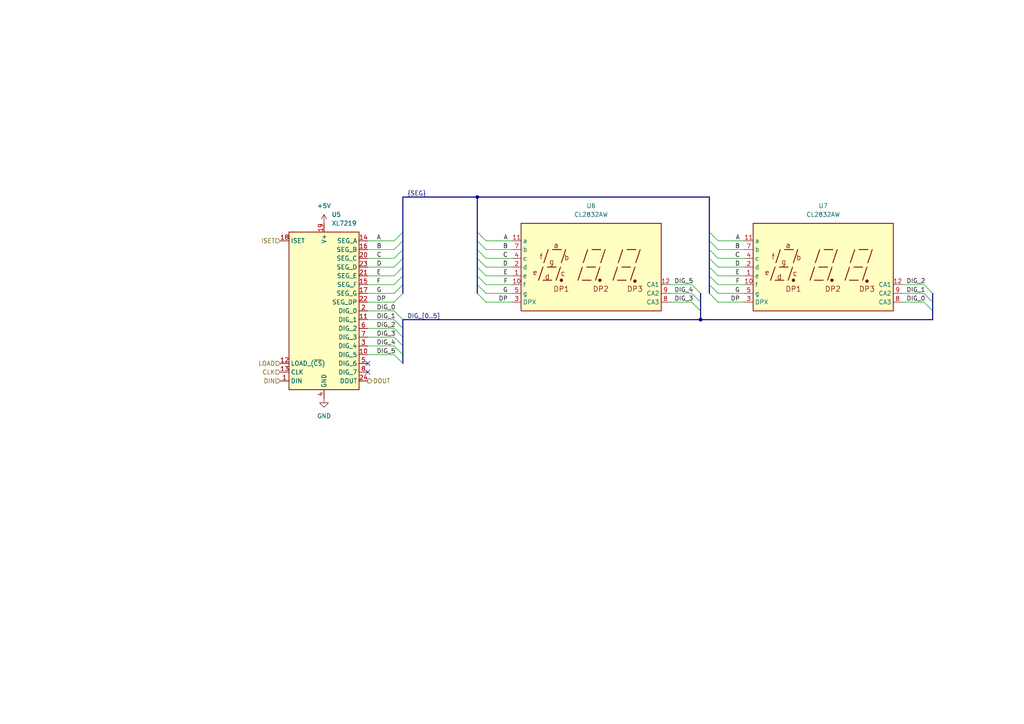
<source format=kicad_sch>
(kicad_sch (version 20230121) (generator eeschema)
  (paper "A4")
  (lib_symbols
    (symbol "Custom_Symbols:CL2832AW"
      (property "Reference" "U" (at -25.654 13.97 0))
      (property "Value" "CL2832AW" (at 15.24 13.97 0))
      (symbol "CL2832AW_0_0"
        (rectangle (start -25.4 12.7) (end 15.24 -12.7) (stroke (width 0.254)) (fill (type background)))
        (polyline (pts (xy -20.32 -3.81) (xy -19.05 0)) (stroke (width 0.254)))
        (polyline (pts (xy -19.05 -3.81) (xy -16.51 -3.81)) (stroke (width 0.254)))
        (polyline (pts (xy -18.796 1.27) (xy -17.526 5.08)) (stroke (width 0.254)))
        (polyline (pts (xy -17.78 0) (xy -15.24 0)) (stroke (width 0.254)))
        (polyline (pts (xy -16.256 5.08) (xy -13.716 5.08)) (stroke (width 0.254)))
        (polyline (pts (xy -15.24 -3.81) (xy -13.97 0)) (stroke (width 0.254)))
        (polyline (pts (xy -13.716 1.27) (xy -12.446 5.08)) (stroke (width 0.254)))
        (polyline (pts (xy -8.89 -3.81) (xy -7.62 0)) (stroke (width 0.254)))
        (polyline (pts (xy -7.62 -3.81) (xy -5.08 -3.81)) (stroke (width 0.254)))
        (polyline (pts (xy -7.366 1.27) (xy -6.096 5.08)) (stroke (width 0.254)))
        (polyline (pts (xy -6.35 0) (xy -3.81 0)) (stroke (width 0.254)))
        (polyline (pts (xy -4.826 5.08) (xy -2.286 5.08)) (stroke (width 0.254)))
        (polyline (pts (xy -3.81 -3.81) (xy -2.54 0)) (stroke (width 0.254)))
        (polyline (pts (xy -2.286 1.27) (xy -1.016 5.08)) (stroke (width 0.254)))
        (polyline (pts (xy 1.27 -3.81) (xy 2.54 0)) (stroke (width 0.254)))
        (polyline (pts (xy 2.54 -3.81) (xy 5.08 -3.81)) (stroke (width 0.254)))
        (polyline (pts (xy 2.794 1.27) (xy 4.064 5.08)) (stroke (width 0.254)))
        (polyline (pts (xy 3.81 0) (xy 6.35 0)) (stroke (width 0.254)))
        (polyline (pts (xy 5.334 5.08) (xy 7.874 5.08)) (stroke (width 0.254)))
        (polyline (pts (xy 6.35 -3.81) (xy 7.62 0)) (stroke (width 0.254)))
        (polyline (pts (xy 7.874 1.27) (xy 9.144 5.08)) (stroke (width 0.254)))
        (text "a" (at -15.24 6.35 0) (effects (font (size 1.524 1.524))))
        (text "b" (at -12.192 2.794 0) (effects (font (size 1.524 1.524))))
        (text "c" (at -13.208 -1.778 0) (effects (font (size 1.524 1.524))))
        (text "d" (at -17.78 -2.794 0) (effects (font (size 1.524 1.524))))
        (text "DP1" (at -13.716 -6.35 0) (effects (font (size 1.524 1.524))))
        (text "DP2" (at -2.286 -6.35 0) (effects (font (size 1.524 1.524))))
        (text "DP3" (at 7.62 -6.35 0) (effects (font (size 1.524 1.524))))
        (text "e" (at -21.336 -1.524 0) (effects (font (size 1.524 1.524))))
        (text "f" (at -19.558 3.048 0) (effects (font (size 1.524 1.524))))
        (text "g" (at -16.51 1.524 0) (effects (font (size 1.524 1.524))))
      )
      (symbol "CL2832AW_0_1"
        (circle (center -13.716 -3.81) (radius 0.3556) (stroke (width 0.254)) (fill (type outline)))
        (circle (center -2.54 -3.81) (radius 0.3556) (stroke (width 0.254)) (fill (type outline)))
      )
      (symbol "CL2832AW_1_0"
        (circle (center 7.62 -4.064) (radius 0.3556) (stroke (width 0.254)) (fill (type outline)))
      )
      (symbol "CL2832AW_1_1"
        (pin input line (at -27.94 -2.54 0) (length 2.54) (name "e") (number "1"))
        (pin input line (at -27.94 -5.08 0) (length 2.54) (name "f") (number "10"))
        (pin input line (at -27.94 7.62 0) (length 2.54) (name "a") (number "11"))
        (pin input line (at 17.78 -5.08 180) (length 2.54) (name "CA1") (number "12"))
        (pin input line (at -27.94 0 0) (length 2.54) (name "d") (number "2"))
        (pin input line (at -27.94 -10.16 0) (length 2.54) (name "DPX") (number "3"))
        (pin input line (at -27.94 2.54 0) (length 2.54) (name "c") (number "4"))
        (pin input line (at -27.94 -7.62 0) (length 2.54) (name "g") (number "5"))
        (pin input line (at -27.94 5.08 0) (length 2.54) (name "b") (number "7"))
        (pin input line (at 17.78 -10.16 180) (length 2.54) (name "CA3") (number "8"))
        (pin input line (at 17.78 -7.62 180) (length 2.54) (name "CA2") (number "9"))
      )
    )
    (symbol "SimPanel:XL7219"
      (property "Reference" "U" (at -6.35 24.13 0))
      (property "Value" "XL7219" (at 1.27 25.4 0))
      (symbol "XL7219_0_1"
        (rectangle (start -10.16 22.86) (end 10.16 -22.86) (stroke (width 0.254)) (fill (type background)))
      )
      (symbol "XL7219_1_1"
        (pin input line (at -12.7 -20.32 0) (length 2.54) (name "DIN") (number "1"))
        (pin output line (at 12.7 -12.7 180) (length 2.54) (name "DIG_5") (number "10"))
        (pin output line (at 12.7 -2.54 180) (length 2.54) (name "DIG_1") (number "11"))
        (pin input line (at -12.7 -15.24 0) (length 2.54) (name "LOAD_(~{CS})") (number "12"))
        (pin input line (at -12.7 -17.78 0) (length 2.54) (name "CLK") (number "13"))
        (pin output line (at 12.7 20.32 180) (length 2.54) (name "SEG_A") (number "14"))
        (pin output line (at 12.7 7.62 180) (length 2.54) (name "SEG_F") (number "15"))
        (pin output line (at 12.7 17.78 180) (length 2.54) (name "SEG_B") (number "16"))
        (pin output line (at 12.7 5.08 180) (length 2.54) (name "SEG_G") (number "17"))
        (pin input line (at -12.7 20.32 0) (length 2.54) (name "ISET") (number "18"))
        (pin power_in line (at 0 25.4 270) (length 2.54) (name "V+") (number "19"))
        (pin output line (at 12.7 0 180) (length 2.54) (name "DIG_0") (number "2"))
        (pin output line (at 12.7 15.24 180) (length 2.54) (name "SEG_C") (number "20"))
        (pin output line (at 12.7 10.16 180) (length 2.54) (name "SEG_E") (number "21"))
        (pin output line (at 12.7 2.54 180) (length 2.54) (name "SEG_DP") (number "22"))
        (pin output line (at 12.7 12.7 180) (length 2.54) (name "SEG_D") (number "23"))
        (pin output line (at 12.7 -20.32 180) (length 2.54) (name "DOUT") (number "24"))
        (pin output line (at 12.7 -10.16 180) (length 2.54) (name "DIG_4") (number "3"))
        (pin power_in line (at 0 -25.4 90) (length 2.54) (name "GND") (number "4"))
        (pin output line (at 12.7 -15.24 180) (length 2.54) (name "DIG_6") (number "5"))
        (pin output line (at 12.7 -5.08 180) (length 2.54) (name "DIG_2") (number "6"))
        (pin output line (at 12.7 -7.62 180) (length 2.54) (name "DIG_3") (number "7"))
        (pin output line (at 12.7 -17.78 180) (length 2.54) (name "DIG_7") (number "8"))
        (pin passive line (at 0 -25.4 90) (length 2.54) hide (name "GND") (number "9"))
      )
    )
    (symbol "power:+5V" (power) (pin_names (offset 0))
      (property "Value" "+5V" (at 0 3.556 0))
      (symbol "+5V_0_1"
        (polyline (pts (xy -0.762 1.27) (xy 0 2.54)))
        (polyline (pts (xy 0 0) (xy 0 2.54)))
        (polyline (pts (xy 0 2.54) (xy 0.762 1.27)))
      )
      (symbol "+5V_1_1"
        (pin power_in line (at 0 0 90) (length 0) hide (name "+5V") (number "1"))
      )
    )
    (symbol "power:GND" (power) (pin_names (offset 0))
      (property "Value" "GND" (at 0 -3.81 0))
      (symbol "GND_0_1"
        (polyline (pts (xy 0 0) (xy 0 -1.27) (xy 1.27 -1.27) (xy 0 -2.54) (xy -1.27 -1.27) (xy 0 -1.27)))
      )
      (symbol "GND_1_1"
        (pin power_in line (at 0 0 270) (length 0) hide (name "GND") (number "1"))
      )
    )
  )
  (bus_alias "SEG" (members "A" "B" "C" "D" "E" "F" "DP"))
  (junction (at 138.43 57.15))
  (junction (at 203.2 92.71))
  (no_connect (at 106.68 105.41))
  (no_connect (at 106.68 107.95))
  (bus_entry (at 205.74 72.39) (size 2.54 2.54))
  (bus_entry (at 138.43 74.93) (size 2.54 2.54))
  (bus_entry (at 205.74 80.01) (size 2.54 2.54))
  (bus_entry (at 138.43 69.85) (size 2.54 2.54))
  (bus_entry (at 114.3 92.71) (size 2.54 2.54))
  (bus_entry (at 114.3 74.93) (size 2.54 -2.54))
  (bus_entry (at 205.74 74.93) (size 2.54 2.54))
  (bus_entry (at 200.66 82.55) (size 2.54 2.54))
  (bus_entry (at 114.3 85.09) (size 2.54 -2.54))
  (bus_entry (at 114.3 80.01) (size 2.54 -2.54))
  (bus_entry (at 114.3 82.55) (size 2.54 -2.54))
  (bus_entry (at 138.43 85.09) (size 2.54 2.54))
  (bus_entry (at 267.97 85.09) (size 2.54 2.54))
  (bus_entry (at 205.74 85.09) (size 2.54 2.54))
  (bus_entry (at 138.43 80.01) (size 2.54 2.54))
  (bus_entry (at 205.74 82.55) (size 2.54 2.54))
  (bus_entry (at 138.43 82.55) (size 2.54 2.54))
  (bus_entry (at 114.3 72.39) (size 2.54 -2.54))
  (bus_entry (at 205.74 77.47) (size 2.54 2.54))
  (bus_entry (at 114.3 77.47) (size 2.54 -2.54))
  (bus_entry (at 200.66 85.09) (size 2.54 2.54))
  (bus_entry (at 114.3 69.85) (size 2.54 -2.54))
  (bus_entry (at 114.3 90.17) (size 2.54 2.54))
  (bus_entry (at 114.3 95.25) (size 2.54 2.54))
  (bus_entry (at 205.74 69.85) (size 2.54 2.54))
  (bus_entry (at 267.97 87.63) (size 2.54 2.54))
  (bus_entry (at 138.43 77.47) (size 2.54 2.54))
  (bus_entry (at 138.43 72.39) (size 2.54 2.54))
  (bus_entry (at 114.3 97.79) (size 2.54 2.54))
  (bus_entry (at 267.97 82.55) (size 2.54 2.54))
  (bus_entry (at 138.43 67.31) (size 2.54 2.54))
  (bus_entry (at 200.66 87.63) (size 2.54 2.54))
  (bus_entry (at 114.3 87.63) (size 2.54 -2.54))
  (bus_entry (at 205.74 67.31) (size 2.54 2.54))
  (bus_entry (at 114.3 102.87) (size 2.54 2.54))
  (bus_entry (at 114.3 100.33) (size 2.54 2.54))
  (wire (pts (xy 106.68 97.79) (xy 114.3 97.79)))
  (wire (pts (xy 106.68 74.93) (xy 114.3 74.93)))
  (bus (pts (xy 205.74 82.55) (xy 205.74 80.01)))
  (bus (pts (xy 203.2 85.09) (xy 203.2 87.63)))
  (bus (pts (xy 205.74 77.47) (xy 205.74 74.93)))
  (wire (pts (xy 106.68 95.25) (xy 114.3 95.25)))
  (bus (pts (xy 116.84 102.87) (xy 116.84 100.33)))
  (bus (pts (xy 138.43 57.15) (xy 205.74 57.15)))
  (wire (pts (xy 140.97 85.09) (xy 148.59 85.09)))
  (bus (pts (xy 138.43 72.39) (xy 138.43 74.93)))
  (wire (pts (xy 106.68 100.33) (xy 114.3 100.33)))
  (bus (pts (xy 203.2 92.71) (xy 270.51 92.71)))
  (bus (pts (xy 116.84 74.93) (xy 116.84 77.47)))
  (wire (pts (xy 106.68 69.85) (xy 114.3 69.85)))
  (bus (pts (xy 138.43 57.15) (xy 138.43 67.31)))
  (wire (pts (xy 140.97 80.01) (xy 148.59 80.01)))
  (bus (pts (xy 203.2 90.17) (xy 203.2 92.71)))
  (wire (pts (xy 106.68 82.55) (xy 114.3 82.55)))
  (wire (pts (xy 208.28 85.09) (xy 215.9 85.09)))
  (bus (pts (xy 205.74 80.01) (xy 205.74 77.47)))
  (wire (pts (xy 106.68 90.17) (xy 114.3 90.17)))
  (wire (pts (xy 140.97 82.55) (xy 148.59 82.55)))
  (wire (pts (xy 208.28 87.63) (xy 215.9 87.63)))
  (bus (pts (xy 205.74 69.85) (xy 205.74 67.31)))
  (wire (pts (xy 106.68 80.01) (xy 114.3 80.01)))
  (wire (pts (xy 140.97 72.39) (xy 148.59 72.39)))
  (wire (pts (xy 140.97 69.85) (xy 148.59 69.85)))
  (bus (pts (xy 138.43 77.47) (xy 138.43 80.01)))
  (wire (pts (xy 194.31 87.63) (xy 200.66 87.63)))
  (wire (pts (xy 208.28 74.93) (xy 215.9 74.93)))
  (wire (pts (xy 140.97 87.63) (xy 148.59 87.63)))
  (bus (pts (xy 116.84 72.39) (xy 116.84 74.93)))
  (bus (pts (xy 116.84 57.15) (xy 116.84 67.31)))
  (wire (pts (xy 140.97 74.93) (xy 148.59 74.93)))
  (wire (pts (xy 106.68 92.71) (xy 114.3 92.71)))
  (bus (pts (xy 116.84 100.33) (xy 116.84 97.79)))
  (wire (pts (xy 106.68 85.09) (xy 114.3 85.09)))
  (wire (pts (xy 261.62 85.09) (xy 267.97 85.09)))
  (wire (pts (xy 194.31 82.55) (xy 200.66 82.55)))
  (bus (pts (xy 205.74 85.09) (xy 205.74 82.55)))
  (bus (pts (xy 116.84 77.47) (xy 116.84 80.01)))
  (wire (pts (xy 208.28 72.39) (xy 215.9 72.39)))
  (wire (pts (xy 208.28 77.47) (xy 215.9 77.47)))
  (wire (pts (xy 261.62 87.63) (xy 267.97 87.63)))
  (bus (pts (xy 205.74 67.31) (xy 205.74 57.15)))
  (wire (pts (xy 261.62 82.55) (xy 267.97 82.55)))
  (bus (pts (xy 270.51 90.17) (xy 270.51 92.71)))
  (bus (pts (xy 203.2 87.63) (xy 203.2 90.17)))
  (wire (pts (xy 106.68 72.39) (xy 114.3 72.39)))
  (bus (pts (xy 138.43 80.01) (xy 138.43 82.55)))
  (bus (pts (xy 116.84 95.25) (xy 116.84 92.71)))
  (wire (pts (xy 106.68 77.47) (xy 114.3 77.47)))
  (bus (pts (xy 116.84 97.79) (xy 116.84 95.25)))
  (bus (pts (xy 116.84 67.31) (xy 116.84 69.85)))
  (bus (pts (xy 116.84 105.41) (xy 116.84 102.87)))
  (bus (pts (xy 116.84 69.85) (xy 116.84 72.39)))
  (wire (pts (xy 194.31 85.09) (xy 200.66 85.09)))
  (wire (pts (xy 106.68 102.87) (xy 114.3 102.87)))
  (wire (pts (xy 140.97 77.47) (xy 148.59 77.47)))
  (bus (pts (xy 116.84 82.55) (xy 116.84 85.09)))
  (bus (pts (xy 270.51 87.63) (xy 270.51 90.17)))
  (bus (pts (xy 138.43 82.55) (xy 138.43 85.09)))
  (bus (pts (xy 116.84 80.01) (xy 116.84 82.55)))
  (bus (pts (xy 138.43 57.15) (xy 116.84 57.15)))
  (wire (pts (xy 106.68 87.63) (xy 114.3 87.63)))
  (bus (pts (xy 116.84 92.71) (xy 203.2 92.71)))
  (bus (pts (xy 205.74 74.93) (xy 205.74 72.39)))
  (bus (pts (xy 138.43 67.31) (xy 138.43 69.85)))
  (bus (pts (xy 138.43 74.93) (xy 138.43 77.47)))
  (wire (pts (xy 208.28 69.85) (xy 215.9 69.85)))
  (bus (pts (xy 138.43 69.85) (xy 138.43 72.39)))
  (bus (pts (xy 205.74 72.39) (xy 205.74 69.85)))
  (wire (pts (xy 208.28 80.01) (xy 215.9 80.01)))
  (wire (pts (xy 208.28 82.55) (xy 215.9 82.55)))
  (bus (pts (xy 270.51 85.09) (xy 270.51 87.63)))
  (label "DIG_[0..5]" (at 118.11 92.71 0))
  (label "C" (at 109.22 74.93 0))
  (label "DP" (at 147.32 87.63 180))
  (label "F" (at 147.32 82.55 180))
  (label "E" (at 147.32 80.01 180))
  (label "A" (at 214.63 69.85 180))
  (label "DIG_0" (at 109.22 90.17 0))
  (label "B" (at 147.32 72.39 180))
  (label "DIG_4" (at 195.58 85.09 0))
  (label "{SEG}" (at 118.11 57.15 0))
  (label "G" (at 109.22 85.09 0))
  (label "DIG_2" (at 262.89 82.55 0))
  (label "B" (at 214.63 72.39 180))
  (label "E" (at 109.22 80.01 0))
  (label "D" (at 214.63 77.47 180))
  (label "DIG_1" (at 109.22 92.71 0))
  (label "G" (at 147.32 85.09 180))
  (label "DIG_2" (at 109.22 95.25 0))
  (label "A" (at 147.32 69.85 180))
  (label "DP" (at 109.22 87.63 0))
  (label "C" (at 147.32 74.93 180))
  (label "F" (at 214.63 82.55 180))
  (label "DP" (at 214.63 87.63 180))
  (label "F" (at 109.22 82.55 0))
  (label "DIG_4" (at 109.22 100.33 0))
  (label "D" (at 109.22 77.47 0))
  (label "E" (at 214.63 80.01 180))
  (label "DIG_1" (at 262.89 85.09 0))
  (label "B" (at 109.22 72.39 0))
  (label "DIG_5" (at 195.58 82.55 0))
  (label "DIG_5" (at 109.22 102.87 0))
  (label "DIG_3" (at 109.22 97.79 0))
  (label "DIG_3" (at 195.58 87.63 0))
  (label "A" (at 109.22 69.85 0))
  (label "DIG_0" (at 262.89 87.63 0))
  (label "G" (at 214.63 85.09 180))
  (label "D" (at 147.32 77.47 180))
  (label "C" (at 214.63 74.93 180))
  (hierarchical_label "LOAD" (shape input) (at 81.28 105.41 180))
  (hierarchical_label "DOUT" (shape output) (at 106.68 110.49 0))
  (hierarchical_label "CLK" (shape input) (at 81.28 107.95 180))
  (hierarchical_label "ISET" (shape input) (at 81.28 69.85 180))
  (hierarchical_label "DIN" (shape input) (at 81.28 110.49 180))
  (symbol (lib_id "Custom_Symbols:CL2832AW") (at 176.53 77.47 0) (unit 1)
    (property "Reference" "U6" (at 171.45 59.69 0))
    (property "Value" "CL2832AW" (at 171.45 62.23 0))
    (property "Footprint" "SimPanel:DICE_2381" (effects hide))
    (instances (project "RP2040-Radio-Panel" (path "" (reference "U6") (unit 1)) (path "" (reference "U9") (unit 1)) (path "" (reference "U15") (unit 1)) (path "" (reference "U12") (unit 1)) (path "" (reference "U27") (unit 1)) (path "" (reference "U18") (unit 1)) (path "" (reference "U21") (unit 1)) (path "" (reference "U24") (unit 1))))
  )
  (symbol (lib_id "SimPanel:XL7219") (at 93.98 90.17 0) (unit 1)
    (property "Reference" "U5" (at 96.1741 62.23 0) (effects (justify left)))
    (property "Value" "XL7219" (at 96.1741 64.77 0) (effects (justify left)))
    (property "Footprint" "Package_SO:SOP-24_7.5x15.4mm_P1.27mm" (effects hide))
    (property "Datasheet" "${KICAD_SIMPANEL_DIR}/XL7219.pdf" (effects hide))
    (instances (project "RP2040-Radio-Panel" (path "" (reference "U5") (unit 1)) (path "" (reference "U8") (unit 1)) (path "" (reference "U14") (unit 1)) (path "" (reference "U11") (unit 1)) (path "" (reference "U26") (unit 1)) (path "" (reference "U17") (unit 1)) (path "" (reference "U20") (unit 1)) (path "" (reference "U23") (unit 1))))
  )
  (symbol (lib_id "power:GND") (at 93.98 115.57 0) (unit 1)
    (property "Reference" "#PWR012" (effects hide))
    (property "Value" "GND" (at 93.98 120.65 0))
    (instances (project "RP2040-Radio-Panel" (path "" (reference "#PWR012") (unit 1)) (path "" (reference "#PWR014") (unit 1)) (path "" (reference "#PWR017") (unit 1)) (path "" (reference "#PWR015") (unit 1)) (path "" (reference "#PWR025") (unit 1)) (path "" (reference "#PWR019") (unit 1)) (path "" (reference "#PWR021") (unit 1)) (path "" (reference "#PWR023") (unit 1))))
  )
  (symbol (lib_id "Custom_Symbols:CL2832AW") (at 243.84 77.47 0) (unit 1)
    (property "Reference" "U7" (at 238.76 59.69 0))
    (property "Value" "CL2832AW" (at 238.76 62.23 0))
    (property "Footprint" "SimPanel:DICE_2381" (effects hide))
    (instances (project "RP2040-Radio-Panel" (path "" (reference "U7") (unit 1)) (path "" (reference "U10") (unit 1)) (path "" (reference "U16") (unit 1)) (path "" (reference "U13") (unit 1)) (path "" (reference "U28") (unit 1)) (path "" (reference "U19") (unit 1)) (path "" (reference "U22") (unit 1)) (path "" (reference "U25") (unit 1))))
  )
  (symbol (lib_id "power:+5V") (at 93.98 64.77 0) (unit 1)
    (property "Reference" "#PWR011" (effects hide))
    (property "Value" "+5V" (at 93.98 59.69 0))
    (instances (project "RP2040-Radio-Panel" (path "" (reference "#PWR011") (unit 1)) (path "" (reference "#PWR013") (unit 1)) (path "" (reference "#PWR016") (unit 1)) (path "" (reference "#PWR010") (unit 1)) (path "" (reference "#PWR024") (unit 1)) (path "" (reference "#PWR018") (unit 1)) (path "" (reference "#PWR020") (unit 1)) (path "" (reference "#PWR022") (unit 1))))
  )
)
</source>
